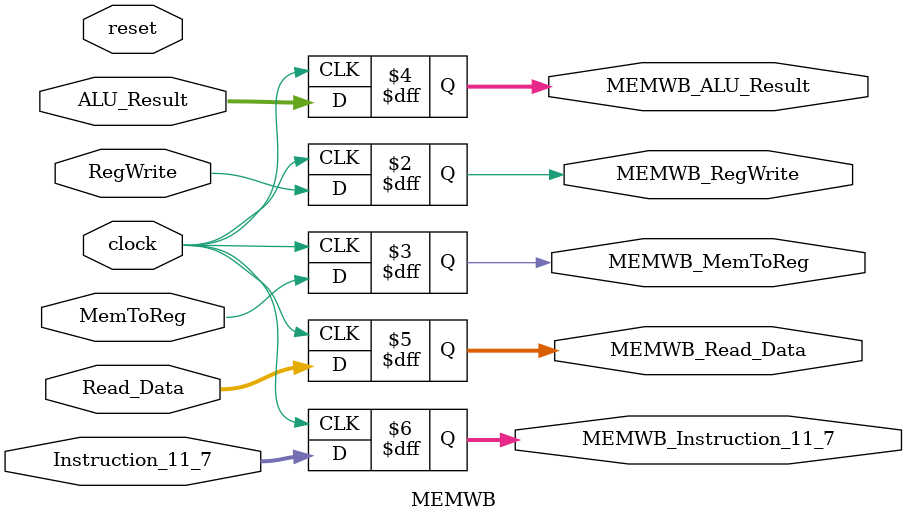
<source format=v>
`timescale 1ns / 1ps


module MEMWB(
input clock,
input reset,

// Control Signals
input RegWrite,
input MemToReg,

// ALU contents
input [63:0] ALU_Result,

// Data Memory contents
input [63:0] Read_Data,

// rd
input [4:0] Instruction_11_7,

output reg MEMWB_RegWrite,
output reg MEMWB_MemToReg,

output reg [63:0] MEMWB_ALU_Result,

output reg [63:0] MEMWB_Read_Data,

output reg [4:0] MEMWB_Instruction_11_7

    );
    
always @(posedge clock)
begin

//if (reset == 1)
//begin
//    MEMWB_RegWrite <= 0;
//    MEMWB_MemToReg <= 0;
//    MEMWB_ALU_Result <= 0;
//    MEMWB_Read_Data <= 0;
//    MEMWB_Instruction_11_7 <= 0;
//end
//else
//begin
    MEMWB_RegWrite <= RegWrite;
    MEMWB_MemToReg <= MemToReg;
    MEMWB_ALU_Result <= ALU_Result;
    MEMWB_Read_Data <= Read_Data;
    MEMWB_Instruction_11_7 <= Instruction_11_7;
//end

end
endmodule

</source>
